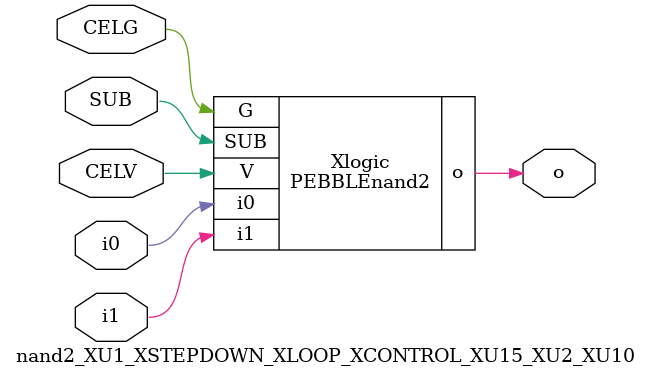
<source format=v>



module PEBBLEnand2 ( o, G, SUB, V, i0, i1 );

  input i0;
  input V;
  input i1;
  input G;
  output o;
  input SUB;
endmodule

//Celera Confidential Do Not Copy nand2_XU1_XSTEPDOWN_XLOOP_XCONTROL_XU15_XU2_XU10
//Celera Confidential Symbol Generator
//5V NAND2
module nand2_XU1_XSTEPDOWN_XLOOP_XCONTROL_XU15_XU2_XU10 (CELV,CELG,i0,i1,o,SUB);
input CELV;
input CELG;
input i0;
input i1;
input SUB;
output o;

//Celera Confidential Do Not Copy nand2
PEBBLEnand2 Xlogic(
.V (CELV),
.i0 (i0),
.i1 (i1),
.o (o),
.SUB (SUB),
.G (CELG)
);
//,diesize,PEBBLEnand2

//Celera Confidential Do Not Copy Module End
//Celera Schematic Generator
endmodule

</source>
